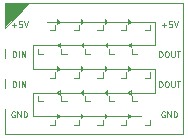
<source format=gto>
G04 #@! TF.GenerationSoftware,KiCad,Pcbnew,9.0.6*
G04 #@! TF.CreationDate,2026-01-06T15:33:41-06:00*
G04 #@! TF.ProjectId,RGBLED_1010_BOB,5247424c-4544-45f3-9130-31305f424f42,rev?*
G04 #@! TF.SameCoordinates,Original*
G04 #@! TF.FileFunction,Legend,Top*
G04 #@! TF.FilePolarity,Positive*
%FSLAX46Y46*%
G04 Gerber Fmt 4.6, Leading zero omitted, Abs format (unit mm)*
G04 Created by KiCad (PCBNEW 9.0.6) date 2026-01-06 15:33:41*
%MOMM*%
%LPD*%
G01*
G04 APERTURE LIST*
%ADD10C,0.100000*%
%ADD11C,0.050000*%
%ADD12R,1.260000X1.700000*%
%ADD13C,1.700000*%
%ADD14R,1.700000X1.700000*%
%ADD15R,0.450000X0.450000*%
G04 APERTURE END LIST*
D10*
X119909047Y-91587419D02*
X119861428Y-91563609D01*
X119861428Y-91563609D02*
X119789999Y-91563609D01*
X119789999Y-91563609D02*
X119718571Y-91587419D01*
X119718571Y-91587419D02*
X119670952Y-91635038D01*
X119670952Y-91635038D02*
X119647142Y-91682657D01*
X119647142Y-91682657D02*
X119623333Y-91777895D01*
X119623333Y-91777895D02*
X119623333Y-91849323D01*
X119623333Y-91849323D02*
X119647142Y-91944561D01*
X119647142Y-91944561D02*
X119670952Y-91992180D01*
X119670952Y-91992180D02*
X119718571Y-92039800D01*
X119718571Y-92039800D02*
X119789999Y-92063609D01*
X119789999Y-92063609D02*
X119837618Y-92063609D01*
X119837618Y-92063609D02*
X119909047Y-92039800D01*
X119909047Y-92039800D02*
X119932856Y-92015990D01*
X119932856Y-92015990D02*
X119932856Y-91849323D01*
X119932856Y-91849323D02*
X119837618Y-91849323D01*
X120147142Y-92063609D02*
X120147142Y-91563609D01*
X120147142Y-91563609D02*
X120432856Y-92063609D01*
X120432856Y-92063609D02*
X120432856Y-91563609D01*
X120670952Y-92063609D02*
X120670952Y-91563609D01*
X120670952Y-91563609D02*
X120790000Y-91563609D01*
X120790000Y-91563609D02*
X120861428Y-91587419D01*
X120861428Y-91587419D02*
X120909047Y-91635038D01*
X120909047Y-91635038D02*
X120932857Y-91682657D01*
X120932857Y-91682657D02*
X120956666Y-91777895D01*
X120956666Y-91777895D02*
X120956666Y-91849323D01*
X120956666Y-91849323D02*
X120932857Y-91944561D01*
X120932857Y-91944561D02*
X120909047Y-91992180D01*
X120909047Y-91992180D02*
X120861428Y-92039800D01*
X120861428Y-92039800D02*
X120790000Y-92063609D01*
X120790000Y-92063609D02*
X120670952Y-92063609D01*
X119647143Y-84253133D02*
X120028096Y-84253133D01*
X119837619Y-84443609D02*
X119837619Y-84062657D01*
X120504286Y-83943609D02*
X120266191Y-83943609D01*
X120266191Y-83943609D02*
X120242382Y-84181704D01*
X120242382Y-84181704D02*
X120266191Y-84157895D01*
X120266191Y-84157895D02*
X120313810Y-84134085D01*
X120313810Y-84134085D02*
X120432858Y-84134085D01*
X120432858Y-84134085D02*
X120480477Y-84157895D01*
X120480477Y-84157895D02*
X120504286Y-84181704D01*
X120504286Y-84181704D02*
X120528096Y-84229323D01*
X120528096Y-84229323D02*
X120528096Y-84348371D01*
X120528096Y-84348371D02*
X120504286Y-84395990D01*
X120504286Y-84395990D02*
X120480477Y-84419800D01*
X120480477Y-84419800D02*
X120432858Y-84443609D01*
X120432858Y-84443609D02*
X120313810Y-84443609D01*
X120313810Y-84443609D02*
X120266191Y-84419800D01*
X120266191Y-84419800D02*
X120242382Y-84395990D01*
X120670953Y-83943609D02*
X120837619Y-84443609D01*
X120837619Y-84443609D02*
X121004286Y-83943609D01*
X119444761Y-89523609D02*
X119444761Y-89023609D01*
X119444761Y-89023609D02*
X119563809Y-89023609D01*
X119563809Y-89023609D02*
X119635237Y-89047419D01*
X119635237Y-89047419D02*
X119682856Y-89095038D01*
X119682856Y-89095038D02*
X119706666Y-89142657D01*
X119706666Y-89142657D02*
X119730475Y-89237895D01*
X119730475Y-89237895D02*
X119730475Y-89309323D01*
X119730475Y-89309323D02*
X119706666Y-89404561D01*
X119706666Y-89404561D02*
X119682856Y-89452180D01*
X119682856Y-89452180D02*
X119635237Y-89499800D01*
X119635237Y-89499800D02*
X119563809Y-89523609D01*
X119563809Y-89523609D02*
X119444761Y-89523609D01*
X120039999Y-89023609D02*
X120135237Y-89023609D01*
X120135237Y-89023609D02*
X120182856Y-89047419D01*
X120182856Y-89047419D02*
X120230475Y-89095038D01*
X120230475Y-89095038D02*
X120254285Y-89190276D01*
X120254285Y-89190276D02*
X120254285Y-89356942D01*
X120254285Y-89356942D02*
X120230475Y-89452180D01*
X120230475Y-89452180D02*
X120182856Y-89499800D01*
X120182856Y-89499800D02*
X120135237Y-89523609D01*
X120135237Y-89523609D02*
X120039999Y-89523609D01*
X120039999Y-89523609D02*
X119992380Y-89499800D01*
X119992380Y-89499800D02*
X119944761Y-89452180D01*
X119944761Y-89452180D02*
X119920952Y-89356942D01*
X119920952Y-89356942D02*
X119920952Y-89190276D01*
X119920952Y-89190276D02*
X119944761Y-89095038D01*
X119944761Y-89095038D02*
X119992380Y-89047419D01*
X119992380Y-89047419D02*
X120039999Y-89023609D01*
X120468571Y-89023609D02*
X120468571Y-89428371D01*
X120468571Y-89428371D02*
X120492381Y-89475990D01*
X120492381Y-89475990D02*
X120516190Y-89499800D01*
X120516190Y-89499800D02*
X120563809Y-89523609D01*
X120563809Y-89523609D02*
X120659047Y-89523609D01*
X120659047Y-89523609D02*
X120706666Y-89499800D01*
X120706666Y-89499800D02*
X120730476Y-89475990D01*
X120730476Y-89475990D02*
X120754285Y-89428371D01*
X120754285Y-89428371D02*
X120754285Y-89023609D01*
X120920953Y-89023609D02*
X121206667Y-89023609D01*
X121063810Y-89523609D02*
X121063810Y-89023609D01*
X119444761Y-86983609D02*
X119444761Y-86483609D01*
X119444761Y-86483609D02*
X119563809Y-86483609D01*
X119563809Y-86483609D02*
X119635237Y-86507419D01*
X119635237Y-86507419D02*
X119682856Y-86555038D01*
X119682856Y-86555038D02*
X119706666Y-86602657D01*
X119706666Y-86602657D02*
X119730475Y-86697895D01*
X119730475Y-86697895D02*
X119730475Y-86769323D01*
X119730475Y-86769323D02*
X119706666Y-86864561D01*
X119706666Y-86864561D02*
X119682856Y-86912180D01*
X119682856Y-86912180D02*
X119635237Y-86959800D01*
X119635237Y-86959800D02*
X119563809Y-86983609D01*
X119563809Y-86983609D02*
X119444761Y-86983609D01*
X120039999Y-86483609D02*
X120135237Y-86483609D01*
X120135237Y-86483609D02*
X120182856Y-86507419D01*
X120182856Y-86507419D02*
X120230475Y-86555038D01*
X120230475Y-86555038D02*
X120254285Y-86650276D01*
X120254285Y-86650276D02*
X120254285Y-86816942D01*
X120254285Y-86816942D02*
X120230475Y-86912180D01*
X120230475Y-86912180D02*
X120182856Y-86959800D01*
X120182856Y-86959800D02*
X120135237Y-86983609D01*
X120135237Y-86983609D02*
X120039999Y-86983609D01*
X120039999Y-86983609D02*
X119992380Y-86959800D01*
X119992380Y-86959800D02*
X119944761Y-86912180D01*
X119944761Y-86912180D02*
X119920952Y-86816942D01*
X119920952Y-86816942D02*
X119920952Y-86650276D01*
X119920952Y-86650276D02*
X119944761Y-86555038D01*
X119944761Y-86555038D02*
X119992380Y-86507419D01*
X119992380Y-86507419D02*
X120039999Y-86483609D01*
X120468571Y-86483609D02*
X120468571Y-86888371D01*
X120468571Y-86888371D02*
X120492381Y-86935990D01*
X120492381Y-86935990D02*
X120516190Y-86959800D01*
X120516190Y-86959800D02*
X120563809Y-86983609D01*
X120563809Y-86983609D02*
X120659047Y-86983609D01*
X120659047Y-86983609D02*
X120706666Y-86959800D01*
X120706666Y-86959800D02*
X120730476Y-86935990D01*
X120730476Y-86935990D02*
X120754285Y-86888371D01*
X120754285Y-86888371D02*
X120754285Y-86483609D01*
X120920953Y-86483609D02*
X121206667Y-86483609D01*
X121063810Y-86983609D02*
X121063810Y-86483609D01*
X107078095Y-89523609D02*
X107078095Y-89023609D01*
X107078095Y-89023609D02*
X107197143Y-89023609D01*
X107197143Y-89023609D02*
X107268571Y-89047419D01*
X107268571Y-89047419D02*
X107316190Y-89095038D01*
X107316190Y-89095038D02*
X107340000Y-89142657D01*
X107340000Y-89142657D02*
X107363809Y-89237895D01*
X107363809Y-89237895D02*
X107363809Y-89309323D01*
X107363809Y-89309323D02*
X107340000Y-89404561D01*
X107340000Y-89404561D02*
X107316190Y-89452180D01*
X107316190Y-89452180D02*
X107268571Y-89499800D01*
X107268571Y-89499800D02*
X107197143Y-89523609D01*
X107197143Y-89523609D02*
X107078095Y-89523609D01*
X107578095Y-89523609D02*
X107578095Y-89023609D01*
X107816190Y-89523609D02*
X107816190Y-89023609D01*
X107816190Y-89023609D02*
X108101904Y-89523609D01*
X108101904Y-89523609D02*
X108101904Y-89023609D01*
X107078095Y-86983609D02*
X107078095Y-86483609D01*
X107078095Y-86483609D02*
X107197143Y-86483609D01*
X107197143Y-86483609D02*
X107268571Y-86507419D01*
X107268571Y-86507419D02*
X107316190Y-86555038D01*
X107316190Y-86555038D02*
X107340000Y-86602657D01*
X107340000Y-86602657D02*
X107363809Y-86697895D01*
X107363809Y-86697895D02*
X107363809Y-86769323D01*
X107363809Y-86769323D02*
X107340000Y-86864561D01*
X107340000Y-86864561D02*
X107316190Y-86912180D01*
X107316190Y-86912180D02*
X107268571Y-86959800D01*
X107268571Y-86959800D02*
X107197143Y-86983609D01*
X107197143Y-86983609D02*
X107078095Y-86983609D01*
X107578095Y-86983609D02*
X107578095Y-86483609D01*
X107816190Y-86983609D02*
X107816190Y-86483609D01*
X107816190Y-86483609D02*
X108101904Y-86983609D01*
X108101904Y-86983609D02*
X108101904Y-86483609D01*
X107209047Y-91587419D02*
X107161428Y-91563609D01*
X107161428Y-91563609D02*
X107089999Y-91563609D01*
X107089999Y-91563609D02*
X107018571Y-91587419D01*
X107018571Y-91587419D02*
X106970952Y-91635038D01*
X106970952Y-91635038D02*
X106947142Y-91682657D01*
X106947142Y-91682657D02*
X106923333Y-91777895D01*
X106923333Y-91777895D02*
X106923333Y-91849323D01*
X106923333Y-91849323D02*
X106947142Y-91944561D01*
X106947142Y-91944561D02*
X106970952Y-91992180D01*
X106970952Y-91992180D02*
X107018571Y-92039800D01*
X107018571Y-92039800D02*
X107089999Y-92063609D01*
X107089999Y-92063609D02*
X107137618Y-92063609D01*
X107137618Y-92063609D02*
X107209047Y-92039800D01*
X107209047Y-92039800D02*
X107232856Y-92015990D01*
X107232856Y-92015990D02*
X107232856Y-91849323D01*
X107232856Y-91849323D02*
X107137618Y-91849323D01*
X107447142Y-92063609D02*
X107447142Y-91563609D01*
X107447142Y-91563609D02*
X107732856Y-92063609D01*
X107732856Y-92063609D02*
X107732856Y-91563609D01*
X107970952Y-92063609D02*
X107970952Y-91563609D01*
X107970952Y-91563609D02*
X108090000Y-91563609D01*
X108090000Y-91563609D02*
X108161428Y-91587419D01*
X108161428Y-91587419D02*
X108209047Y-91635038D01*
X108209047Y-91635038D02*
X108232857Y-91682657D01*
X108232857Y-91682657D02*
X108256666Y-91777895D01*
X108256666Y-91777895D02*
X108256666Y-91849323D01*
X108256666Y-91849323D02*
X108232857Y-91944561D01*
X108232857Y-91944561D02*
X108209047Y-91992180D01*
X108209047Y-91992180D02*
X108161428Y-92039800D01*
X108161428Y-92039800D02*
X108090000Y-92063609D01*
X108090000Y-92063609D02*
X107970952Y-92063609D01*
X106947143Y-84253133D02*
X107328096Y-84253133D01*
X107137619Y-84443609D02*
X107137619Y-84062657D01*
X107804286Y-83943609D02*
X107566191Y-83943609D01*
X107566191Y-83943609D02*
X107542382Y-84181704D01*
X107542382Y-84181704D02*
X107566191Y-84157895D01*
X107566191Y-84157895D02*
X107613810Y-84134085D01*
X107613810Y-84134085D02*
X107732858Y-84134085D01*
X107732858Y-84134085D02*
X107780477Y-84157895D01*
X107780477Y-84157895D02*
X107804286Y-84181704D01*
X107804286Y-84181704D02*
X107828096Y-84229323D01*
X107828096Y-84229323D02*
X107828096Y-84348371D01*
X107828096Y-84348371D02*
X107804286Y-84395990D01*
X107804286Y-84395990D02*
X107780477Y-84419800D01*
X107780477Y-84419800D02*
X107732858Y-84443609D01*
X107732858Y-84443609D02*
X107613810Y-84443609D01*
X107613810Y-84443609D02*
X107566191Y-84419800D01*
X107566191Y-84419800D02*
X107542382Y-84395990D01*
X107970953Y-83943609D02*
X108137619Y-84443609D01*
X108137619Y-84443609D02*
X108304286Y-83943609D01*
X106398244Y-84510000D02*
X106398244Y-82429696D01*
X108400000Y-82420000D01*
X106398244Y-84510000D01*
G36*
X106398244Y-84510000D02*
G01*
X106398244Y-82429696D01*
X108400000Y-82420000D01*
X106398244Y-84510000D01*
G37*
X117019000Y-91960000D02*
X116819000Y-91760000D01*
X116819000Y-91760000D02*
X116819000Y-92160000D01*
X116819000Y-92160000D02*
X117019000Y-91960000D01*
X116919000Y-91860000D02*
X116919000Y-92060000D01*
X115019000Y-91960000D02*
X114819000Y-91760000D01*
X114819000Y-91760000D02*
X114819000Y-92160000D01*
X114919000Y-91860000D02*
X114919000Y-92060000D01*
X114819000Y-92160000D02*
X115019000Y-91960000D01*
X112919000Y-91860000D02*
X112919000Y-92060000D01*
X112819000Y-91760000D02*
X112819000Y-92160000D01*
X113019000Y-91960000D02*
X112819000Y-91760000D01*
X112819000Y-92160000D02*
X113019000Y-91960000D01*
X110919000Y-91860000D02*
X110919000Y-92060000D01*
X110819000Y-92160000D02*
X111019000Y-91960000D01*
X111019000Y-91960000D02*
X110819000Y-91760000D01*
X110819000Y-91760000D02*
X110819000Y-92160000D01*
X117019000Y-87960000D02*
X116819000Y-87760000D01*
X116819000Y-87760000D02*
X116819000Y-88160000D01*
X116819000Y-88160000D02*
X117019000Y-87960000D01*
X116919000Y-87860000D02*
X116919000Y-88060000D01*
X115019000Y-87960000D02*
X114819000Y-87760000D01*
X114919000Y-87860000D02*
X114919000Y-88060000D01*
X114819000Y-87760000D02*
X114819000Y-88160000D01*
X114819000Y-88160000D02*
X115019000Y-87960000D01*
X112919000Y-87860000D02*
X112919000Y-88060000D01*
X112819000Y-87760000D02*
X112819000Y-88160000D01*
X112819000Y-88160000D02*
X113019000Y-87960000D01*
X113019000Y-87960000D02*
X112819000Y-87760000D01*
X113019000Y-90160000D02*
X113019000Y-89760000D01*
X112819000Y-89960000D02*
X113019000Y-90160000D01*
X112919000Y-90060000D02*
X112919000Y-89860000D01*
X113019000Y-89760000D02*
X112819000Y-89960000D01*
X110919000Y-90060000D02*
X110919000Y-89860000D01*
X111019000Y-90160000D02*
X111019000Y-89760000D01*
X110819000Y-89960000D02*
X111019000Y-90160000D01*
X111019000Y-89760000D02*
X110819000Y-89960000D01*
X116919000Y-90060000D02*
X116919000Y-89860000D01*
X116819000Y-89960000D02*
X117019000Y-90160000D01*
X117019000Y-90160000D02*
X117019000Y-89760000D01*
X117019000Y-89760000D02*
X116819000Y-89960000D01*
X110919000Y-87860000D02*
X110919000Y-88060000D01*
X110819000Y-88160000D02*
X111019000Y-87960000D01*
X111019000Y-87960000D02*
X110819000Y-87760000D01*
X110819000Y-87760000D02*
X110819000Y-88160000D01*
X114919000Y-90060000D02*
X114919000Y-89860000D01*
X115019000Y-89760000D02*
X114819000Y-89960000D01*
X115019000Y-90160000D02*
X115019000Y-89760000D01*
X114819000Y-89960000D02*
X115019000Y-90160000D01*
X110919000Y-86060000D02*
X110919000Y-85860000D01*
X110819000Y-85960000D02*
X111019000Y-86160000D01*
X111019000Y-86160000D02*
X111019000Y-85760000D01*
X111019000Y-85760000D02*
X110819000Y-85960000D01*
X112919000Y-86060000D02*
X112919000Y-85860000D01*
X112819000Y-85960000D02*
X113019000Y-86160000D01*
X113019000Y-86160000D02*
X113019000Y-85760000D01*
X113019000Y-85760000D02*
X112819000Y-85960000D01*
X114919000Y-86060000D02*
X114919000Y-85860000D01*
X114819000Y-85960000D02*
X115019000Y-86160000D01*
X115019000Y-86160000D02*
X115019000Y-85760000D01*
X115019000Y-85760000D02*
X114819000Y-85960000D01*
X116919000Y-86060000D02*
X116919000Y-85860000D01*
X117019000Y-85760000D02*
X116819000Y-85960000D01*
X117019000Y-86160000D02*
X117019000Y-85760000D01*
X116819000Y-85960000D02*
X117019000Y-86160000D01*
X116819000Y-83760000D02*
X116819000Y-84160000D01*
X116919000Y-83860000D02*
X116919000Y-84060000D01*
X117019000Y-83960000D02*
X116819000Y-83760000D01*
X116819000Y-84160000D02*
X117019000Y-83960000D01*
X111019000Y-83960000D02*
X110819000Y-83760000D01*
X110819000Y-83760000D02*
X110819000Y-84160000D01*
X110919000Y-83860000D02*
X110919000Y-84060000D01*
X110819000Y-84160000D02*
X111019000Y-83960000D01*
X115019000Y-83960000D02*
X114819000Y-83760000D01*
X114819000Y-83760000D02*
X114819000Y-84160000D01*
X114919000Y-83860000D02*
X114919000Y-84060000D01*
X114819000Y-84160000D02*
X115019000Y-83960000D01*
X112819000Y-84160000D02*
X113019000Y-83960000D01*
X112919000Y-83860000D02*
X112919000Y-84060000D01*
X112819000Y-83760000D02*
X112819000Y-84160000D01*
X113019000Y-83960000D02*
X112819000Y-83760000D01*
X108740000Y-91960000D02*
X117920000Y-91960000D01*
X108740000Y-90010000D02*
X108740000Y-91960000D01*
X119120000Y-90010000D02*
X108740000Y-90010000D01*
X119120000Y-87961567D02*
X119120000Y-90010000D01*
X108740000Y-87960000D02*
X119120000Y-87961567D01*
X108740000Y-85960000D02*
X108740000Y-87960000D01*
X119070000Y-85960000D02*
X108740000Y-85960000D01*
X119070000Y-83960000D02*
X119070000Y-85960000D01*
X117920000Y-83960000D02*
X119070000Y-83960000D01*
X109920000Y-83960000D02*
X117920000Y-83960000D01*
X106398244Y-82429696D02*
X121439099Y-82429696D01*
X121439099Y-93493438D01*
X106398244Y-93493438D01*
X106398244Y-82429696D01*
D11*
X110659000Y-84270200D02*
X110659000Y-84720200D01*
X110659000Y-84720200D02*
X110209000Y-84720200D01*
X112659000Y-84270199D02*
X112659000Y-84720199D01*
X112659000Y-84720199D02*
X112209000Y-84720199D01*
X114659000Y-84270200D02*
X114659000Y-84720200D01*
X114659000Y-84720200D02*
X114209000Y-84720200D01*
X116659000Y-84270199D02*
X116659000Y-84720199D01*
X116659000Y-84720199D02*
X116209000Y-84720199D01*
X118659000Y-84270200D02*
X118659000Y-84720200D01*
X118659000Y-84720200D02*
X118209000Y-84720200D01*
X109158999Y-86700200D02*
X109158999Y-86250200D01*
X109608999Y-86700200D02*
X109158999Y-86700200D01*
X111609000Y-86700200D02*
X111159000Y-86700200D01*
X111159000Y-86700200D02*
X111159000Y-86250200D01*
X113609000Y-86700199D02*
X113159000Y-86700199D01*
X113159000Y-86700199D02*
X113159000Y-86250199D01*
X115609000Y-86700200D02*
X115159000Y-86700200D01*
X115159000Y-86700200D02*
X115159000Y-86250200D01*
X117609001Y-86700200D02*
X117159001Y-86700200D01*
X117159001Y-86700200D02*
X117159001Y-86250200D01*
X110659000Y-88270200D02*
X110659000Y-88720200D01*
X110659000Y-88720200D02*
X110209000Y-88720200D01*
X112658999Y-88270200D02*
X112658999Y-88720200D01*
X112658999Y-88720200D02*
X112208999Y-88720200D01*
X116659001Y-88270200D02*
X116659001Y-88720200D01*
X116659001Y-88720200D02*
X116209001Y-88720200D01*
X118659000Y-88270200D02*
X118659000Y-88720200D01*
X118659000Y-88720200D02*
X118209000Y-88720200D01*
X109608999Y-90700200D02*
X109158999Y-90700200D01*
X109158999Y-90700200D02*
X109158999Y-90250200D01*
X111609000Y-90700200D02*
X111159000Y-90700200D01*
X111159000Y-90700200D02*
X111159000Y-90250200D01*
X113609000Y-90700201D02*
X113159000Y-90700201D01*
X113159000Y-90700201D02*
X113159000Y-90250201D01*
X115159000Y-90700200D02*
X115159000Y-90250200D01*
X115609000Y-90700200D02*
X115159000Y-90700200D01*
X117609001Y-90700200D02*
X117159001Y-90700200D01*
X117159001Y-90700200D02*
X117159001Y-90250200D01*
X110659000Y-92270200D02*
X110659000Y-92720200D01*
X110659000Y-92720200D02*
X110209000Y-92720200D01*
X112659000Y-92270201D02*
X112659000Y-92720201D01*
X112659000Y-92720201D02*
X112209000Y-92720201D01*
X114659000Y-92270200D02*
X114659000Y-92720200D01*
X114659000Y-92720200D02*
X114209000Y-92720200D01*
X116659000Y-92720201D02*
X116209000Y-92720201D01*
X116659000Y-92270201D02*
X116659000Y-92720201D01*
X118659000Y-92270200D02*
X118659000Y-92720200D01*
X118659000Y-92720200D02*
X118209000Y-92720200D01*
X114659000Y-88720200D02*
X114209000Y-88720200D01*
X114659000Y-88270200D02*
X114659000Y-88720200D01*
%LPC*%
D12*
X120911700Y-90505200D03*
X120911700Y-87965200D03*
X120911700Y-85425200D03*
D13*
X120281700Y-85425200D03*
X120281700Y-87965200D03*
X120281700Y-90505200D03*
D12*
X106951700Y-90505200D03*
X106951700Y-87965200D03*
X106951700Y-85425200D03*
D14*
X107581700Y-85425200D03*
D13*
X107581700Y-87965200D03*
X107581700Y-90505200D03*
D15*
X109494000Y-83535200D03*
X110344000Y-83535200D03*
X109494000Y-84385200D03*
X110334000Y-84395200D03*
X111494000Y-83535199D03*
X112344000Y-83535199D03*
X111494000Y-84385199D03*
X112334000Y-84395199D03*
X113494000Y-83535200D03*
X114344000Y-83535200D03*
X113494000Y-84385200D03*
X114334000Y-84395200D03*
X115494000Y-83535199D03*
X116344000Y-83535199D03*
X115494000Y-84385199D03*
X116334000Y-84395199D03*
X117494000Y-83535200D03*
X118344000Y-83535200D03*
X117494000Y-84385200D03*
X118334000Y-84395200D03*
X109483999Y-86375200D03*
X109493999Y-85535200D03*
X110343999Y-86385200D03*
X110343999Y-85535200D03*
X112344000Y-85535200D03*
X112344000Y-86385200D03*
X111494000Y-85535200D03*
X111484000Y-86375200D03*
X114344000Y-85535199D03*
X114344000Y-86385199D03*
X113494000Y-85535199D03*
X113484000Y-86375199D03*
X116344000Y-85535200D03*
X116344000Y-86385200D03*
X115494000Y-85535200D03*
X115484000Y-86375200D03*
X118344001Y-85535200D03*
X118344001Y-86385200D03*
X117494001Y-85535200D03*
X117484001Y-86375200D03*
X109494000Y-87535200D03*
X110344000Y-87535200D03*
X109494000Y-88385200D03*
X110334000Y-88395200D03*
X111493999Y-87535200D03*
X112343999Y-87535200D03*
X111493999Y-88385200D03*
X112333999Y-88395200D03*
X115494001Y-87535200D03*
X116344001Y-87535200D03*
X115494001Y-88385200D03*
X116334001Y-88395200D03*
X117494000Y-87535200D03*
X118344000Y-87535200D03*
X117494000Y-88385200D03*
X118334000Y-88395200D03*
X110343999Y-89535200D03*
X110343999Y-90385200D03*
X109493999Y-89535200D03*
X109483999Y-90375200D03*
X112344000Y-89535200D03*
X112344000Y-90385200D03*
X111494000Y-89535200D03*
X111484000Y-90375200D03*
X114344000Y-89535201D03*
X114344000Y-90385201D03*
X113494000Y-89535201D03*
X113484000Y-90375201D03*
X115484000Y-90375200D03*
X115494000Y-89535200D03*
X116344000Y-90385200D03*
X116344000Y-89535200D03*
X118344001Y-89535200D03*
X118344001Y-90385200D03*
X117494001Y-89535200D03*
X117484001Y-90375200D03*
X109494000Y-91535200D03*
X110344000Y-91535200D03*
X109494000Y-92385200D03*
X110334000Y-92395200D03*
X111494000Y-91535201D03*
X112344000Y-91535201D03*
X111494000Y-92385201D03*
X112334000Y-92395201D03*
X113494000Y-91535200D03*
X114344000Y-91535200D03*
X113494000Y-92385200D03*
X114334000Y-92395200D03*
X116334000Y-92395201D03*
X115494000Y-92385201D03*
X116344000Y-91535201D03*
X115494000Y-91535201D03*
X117494000Y-91535200D03*
X118344000Y-91535200D03*
X117494000Y-92385200D03*
X118334000Y-92395200D03*
X114334000Y-88395200D03*
X113494000Y-88385200D03*
X114344000Y-87535200D03*
X113494000Y-87535200D03*
%LPD*%
M02*

</source>
